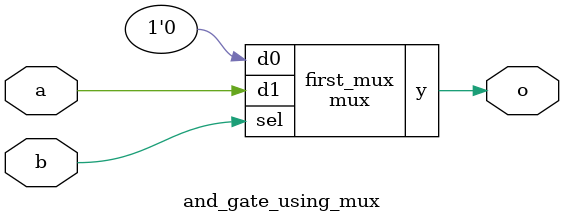
<source format=sv>

module mux
(
  input  d0, d1,
  input  sel,
  output y
);

  assign y = sel ? d1 : d0;

endmodule

//----------------------------------------------------------------------------
// Task
//----------------------------------------------------------------------------

module and_gate_using_mux
(
    input  a,
    input  b,
    output o
);

  // Task:
  // Implement and gate using instance(s) of mux,
  // constants 0 and 1, and wire connections


  wire zero_mux_out;

  mux first_mux (
    .d0(1'b0),
    .d1(a),
    .sel(b),
    .y(o)
  );

endmodule

</source>
